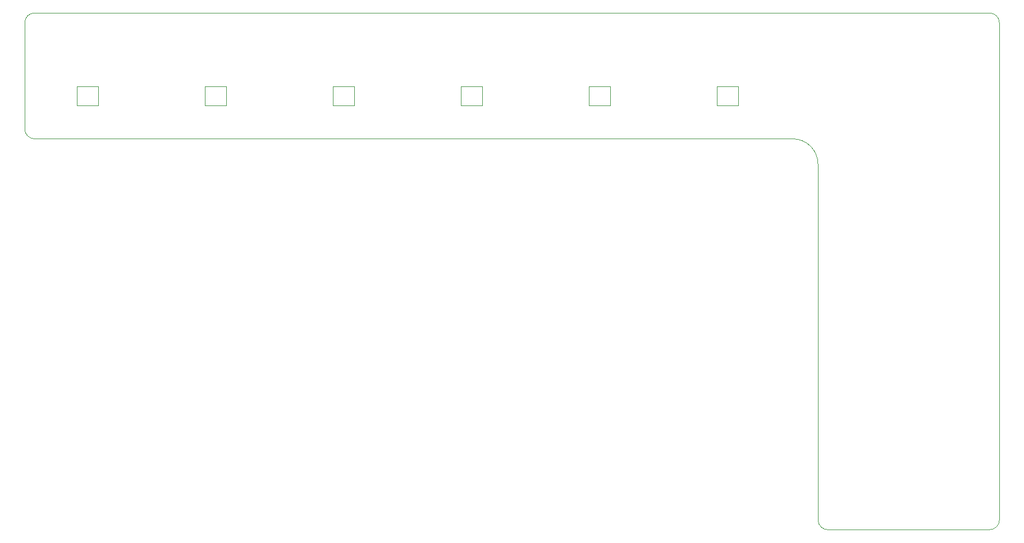
<source format=gm1>
G04 #@! TF.GenerationSoftware,KiCad,Pcbnew,7.0.8*
G04 #@! TF.CreationDate,2023-10-17T04:24:07-07:00*
G04 #@! TF.ProjectId,Seismos_CoreL,53656973-6d6f-4735-9f43-6f72654c2e6b,rev?*
G04 #@! TF.SameCoordinates,Original*
G04 #@! TF.FileFunction,Profile,NP*
%FSLAX46Y46*%
G04 Gerber Fmt 4.6, Leading zero omitted, Abs format (unit mm)*
G04 Created by KiCad (PCBNEW 7.0.8) date 2023-10-17 04:24:07*
%MOMM*%
%LPD*%
G01*
G04 APERTURE LIST*
G04 #@! TA.AperFunction,Profile*
%ADD10C,0.100000*%
G04 #@! TD*
G04 #@! TA.AperFunction,Profile*
%ADD11C,0.120000*%
G04 #@! TD*
G04 APERTURE END LIST*
D10*
X151134000Y-98000000D02*
X175500000Y-98000000D01*
X177000000Y-21500000D02*
G75*
G03*
X175500000Y-20000000I-1500000J0D01*
G01*
X149634000Y-42810000D02*
X149634000Y-96500000D01*
X149634000Y-96500000D02*
G75*
G03*
X151134000Y-98000000I1500000J0D01*
G01*
X31500000Y-39000000D02*
X145824000Y-39000000D01*
X30000000Y-37500000D02*
G75*
G03*
X31500000Y-39000000I1500000J0D01*
G01*
X31500000Y-20000000D02*
G75*
G03*
X30000000Y-21500000I0J-1500000D01*
G01*
X177000000Y-21500000D02*
X177000000Y-96500000D01*
X175500000Y-98000000D02*
G75*
G03*
X177000000Y-96500000I0J1500000D01*
G01*
X149634000Y-42810000D02*
G75*
G03*
X145824000Y-39000000I-3810000J0D01*
G01*
X175500000Y-20000000D02*
X31500000Y-20000000D01*
X30000000Y-21500000D02*
X30000000Y-37500000D01*
D11*
X37874400Y-33922400D02*
X41074800Y-33922400D01*
X41074800Y-33922400D02*
X41074800Y-31077600D01*
X41074800Y-31077600D02*
X37874400Y-31077600D01*
X37874400Y-31077600D02*
X37874400Y-33922400D01*
X134374400Y-33922400D02*
X137574800Y-33922400D01*
X137574800Y-33922400D02*
X137574800Y-31077600D01*
X137574800Y-31077600D02*
X134374400Y-31077600D01*
X134374400Y-31077600D02*
X134374400Y-33922400D01*
X95774400Y-33922400D02*
X98974800Y-33922400D01*
X98974800Y-33922400D02*
X98974800Y-31077600D01*
X98974800Y-31077600D02*
X95774400Y-31077600D01*
X95774400Y-31077600D02*
X95774400Y-33922400D01*
X76474400Y-33922400D02*
X79674800Y-33922400D01*
X79674800Y-33922400D02*
X79674800Y-31077600D01*
X79674800Y-31077600D02*
X76474400Y-31077600D01*
X76474400Y-31077600D02*
X76474400Y-33922400D01*
X115074400Y-33922400D02*
X118274800Y-33922400D01*
X118274800Y-33922400D02*
X118274800Y-31077600D01*
X118274800Y-31077600D02*
X115074400Y-31077600D01*
X115074400Y-31077600D02*
X115074400Y-33922400D01*
X57174400Y-33922400D02*
X60374800Y-33922400D01*
X60374800Y-33922400D02*
X60374800Y-31077600D01*
X60374800Y-31077600D02*
X57174400Y-31077600D01*
X57174400Y-31077600D02*
X57174400Y-33922400D01*
M02*

</source>
